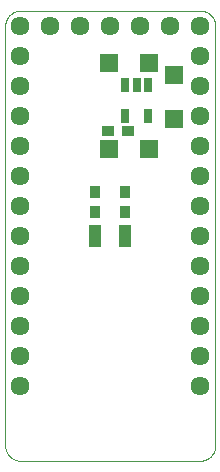
<source format=gbs>
G75*
%MOIN*%
%OFA0B0*%
%FSLAX25Y25*%
%IPPOS*%
%LPD*%
%AMOC8*
5,1,8,0,0,1.08239X$1,22.5*
%
%ADD10C,0.00000*%
%ADD11R,0.05912X0.05912*%
%ADD12R,0.03943X0.03550*%
%ADD13R,0.03550X0.03943*%
%ADD14C,0.06337*%
%ADD15R,0.04337X0.07487*%
%ADD16R,0.03117X0.05124*%
D10*
X0006400Y0008900D02*
X0006400Y0148900D01*
X0006402Y0149040D01*
X0006408Y0149180D01*
X0006418Y0149320D01*
X0006431Y0149460D01*
X0006449Y0149599D01*
X0006471Y0149738D01*
X0006496Y0149875D01*
X0006525Y0150013D01*
X0006558Y0150149D01*
X0006595Y0150284D01*
X0006636Y0150418D01*
X0006681Y0150551D01*
X0006729Y0150683D01*
X0006781Y0150813D01*
X0006836Y0150942D01*
X0006895Y0151069D01*
X0006958Y0151195D01*
X0007024Y0151319D01*
X0007093Y0151440D01*
X0007166Y0151560D01*
X0007243Y0151678D01*
X0007322Y0151793D01*
X0007405Y0151907D01*
X0007491Y0152017D01*
X0007580Y0152126D01*
X0007672Y0152232D01*
X0007767Y0152335D01*
X0007864Y0152436D01*
X0007965Y0152533D01*
X0008068Y0152628D01*
X0008174Y0152720D01*
X0008283Y0152809D01*
X0008393Y0152895D01*
X0008507Y0152978D01*
X0008622Y0153057D01*
X0008740Y0153134D01*
X0008860Y0153207D01*
X0008981Y0153276D01*
X0009105Y0153342D01*
X0009231Y0153405D01*
X0009358Y0153464D01*
X0009487Y0153519D01*
X0009617Y0153571D01*
X0009749Y0153619D01*
X0009882Y0153664D01*
X0010016Y0153705D01*
X0010151Y0153742D01*
X0010287Y0153775D01*
X0010425Y0153804D01*
X0010562Y0153829D01*
X0010701Y0153851D01*
X0010840Y0153869D01*
X0010980Y0153882D01*
X0011120Y0153892D01*
X0011260Y0153898D01*
X0011400Y0153900D01*
X0071400Y0153900D01*
X0071540Y0153898D01*
X0071680Y0153892D01*
X0071820Y0153882D01*
X0071960Y0153869D01*
X0072099Y0153851D01*
X0072238Y0153829D01*
X0072375Y0153804D01*
X0072513Y0153775D01*
X0072649Y0153742D01*
X0072784Y0153705D01*
X0072918Y0153664D01*
X0073051Y0153619D01*
X0073183Y0153571D01*
X0073313Y0153519D01*
X0073442Y0153464D01*
X0073569Y0153405D01*
X0073695Y0153342D01*
X0073819Y0153276D01*
X0073940Y0153207D01*
X0074060Y0153134D01*
X0074178Y0153057D01*
X0074293Y0152978D01*
X0074407Y0152895D01*
X0074517Y0152809D01*
X0074626Y0152720D01*
X0074732Y0152628D01*
X0074835Y0152533D01*
X0074936Y0152436D01*
X0075033Y0152335D01*
X0075128Y0152232D01*
X0075220Y0152126D01*
X0075309Y0152017D01*
X0075395Y0151907D01*
X0075478Y0151793D01*
X0075557Y0151678D01*
X0075634Y0151560D01*
X0075707Y0151440D01*
X0075776Y0151319D01*
X0075842Y0151195D01*
X0075905Y0151069D01*
X0075964Y0150942D01*
X0076019Y0150813D01*
X0076071Y0150683D01*
X0076119Y0150551D01*
X0076164Y0150418D01*
X0076205Y0150284D01*
X0076242Y0150149D01*
X0076275Y0150013D01*
X0076304Y0149875D01*
X0076329Y0149738D01*
X0076351Y0149599D01*
X0076369Y0149460D01*
X0076382Y0149320D01*
X0076392Y0149180D01*
X0076398Y0149040D01*
X0076400Y0148900D01*
X0076400Y0008900D01*
X0076398Y0008760D01*
X0076392Y0008620D01*
X0076382Y0008480D01*
X0076369Y0008340D01*
X0076351Y0008201D01*
X0076329Y0008062D01*
X0076304Y0007925D01*
X0076275Y0007787D01*
X0076242Y0007651D01*
X0076205Y0007516D01*
X0076164Y0007382D01*
X0076119Y0007249D01*
X0076071Y0007117D01*
X0076019Y0006987D01*
X0075964Y0006858D01*
X0075905Y0006731D01*
X0075842Y0006605D01*
X0075776Y0006481D01*
X0075707Y0006360D01*
X0075634Y0006240D01*
X0075557Y0006122D01*
X0075478Y0006007D01*
X0075395Y0005893D01*
X0075309Y0005783D01*
X0075220Y0005674D01*
X0075128Y0005568D01*
X0075033Y0005465D01*
X0074936Y0005364D01*
X0074835Y0005267D01*
X0074732Y0005172D01*
X0074626Y0005080D01*
X0074517Y0004991D01*
X0074407Y0004905D01*
X0074293Y0004822D01*
X0074178Y0004743D01*
X0074060Y0004666D01*
X0073940Y0004593D01*
X0073819Y0004524D01*
X0073695Y0004458D01*
X0073569Y0004395D01*
X0073442Y0004336D01*
X0073313Y0004281D01*
X0073183Y0004229D01*
X0073051Y0004181D01*
X0072918Y0004136D01*
X0072784Y0004095D01*
X0072649Y0004058D01*
X0072513Y0004025D01*
X0072375Y0003996D01*
X0072238Y0003971D01*
X0072099Y0003949D01*
X0071960Y0003931D01*
X0071820Y0003918D01*
X0071680Y0003908D01*
X0071540Y0003902D01*
X0071400Y0003900D01*
X0011400Y0003900D01*
X0011260Y0003902D01*
X0011120Y0003908D01*
X0010980Y0003918D01*
X0010840Y0003931D01*
X0010701Y0003949D01*
X0010562Y0003971D01*
X0010425Y0003996D01*
X0010287Y0004025D01*
X0010151Y0004058D01*
X0010016Y0004095D01*
X0009882Y0004136D01*
X0009749Y0004181D01*
X0009617Y0004229D01*
X0009487Y0004281D01*
X0009358Y0004336D01*
X0009231Y0004395D01*
X0009105Y0004458D01*
X0008981Y0004524D01*
X0008860Y0004593D01*
X0008740Y0004666D01*
X0008622Y0004743D01*
X0008507Y0004822D01*
X0008393Y0004905D01*
X0008283Y0004991D01*
X0008174Y0005080D01*
X0008068Y0005172D01*
X0007965Y0005267D01*
X0007864Y0005364D01*
X0007767Y0005465D01*
X0007672Y0005568D01*
X0007580Y0005674D01*
X0007491Y0005783D01*
X0007405Y0005893D01*
X0007322Y0006007D01*
X0007243Y0006122D01*
X0007166Y0006240D01*
X0007093Y0006360D01*
X0007024Y0006481D01*
X0006958Y0006605D01*
X0006895Y0006731D01*
X0006836Y0006858D01*
X0006781Y0006987D01*
X0006729Y0007117D01*
X0006681Y0007249D01*
X0006636Y0007382D01*
X0006595Y0007516D01*
X0006558Y0007651D01*
X0006525Y0007787D01*
X0006496Y0007925D01*
X0006471Y0008062D01*
X0006449Y0008201D01*
X0006431Y0008340D01*
X0006418Y0008480D01*
X0006408Y0008620D01*
X0006402Y0008760D01*
X0006400Y0008900D01*
D11*
X0040957Y0107650D03*
X0054343Y0107650D03*
X0062650Y0117670D03*
X0062650Y0132630D03*
X0054343Y0136400D03*
X0040957Y0136400D03*
D12*
X0040554Y0113900D03*
X0047246Y0113900D03*
D13*
X0046400Y0093496D03*
X0046400Y0086804D03*
X0036400Y0086804D03*
X0036400Y0093496D03*
D14*
X0011400Y0088900D03*
X0011400Y0078900D03*
X0011400Y0068900D03*
X0011400Y0058900D03*
X0011400Y0048900D03*
X0011400Y0038900D03*
X0011400Y0028900D03*
X0011400Y0098900D03*
X0011400Y0108900D03*
X0011400Y0118900D03*
X0011400Y0128900D03*
X0011400Y0138900D03*
X0011400Y0148900D03*
X0021400Y0148900D03*
X0031400Y0148900D03*
X0041400Y0148900D03*
X0051400Y0148900D03*
X0061400Y0148900D03*
X0071400Y0148900D03*
X0071400Y0138900D03*
X0071400Y0128900D03*
X0071400Y0118900D03*
X0071400Y0108900D03*
X0071400Y0098900D03*
X0071400Y0088900D03*
X0071400Y0078900D03*
X0071400Y0068900D03*
X0071400Y0058900D03*
X0071400Y0048900D03*
X0071400Y0038900D03*
X0071400Y0028900D03*
D15*
X0046321Y0078900D03*
X0036479Y0078900D03*
D16*
X0046410Y0118781D03*
X0046410Y0129019D03*
X0050150Y0129019D03*
X0053890Y0129019D03*
X0053890Y0118781D03*
M02*

</source>
